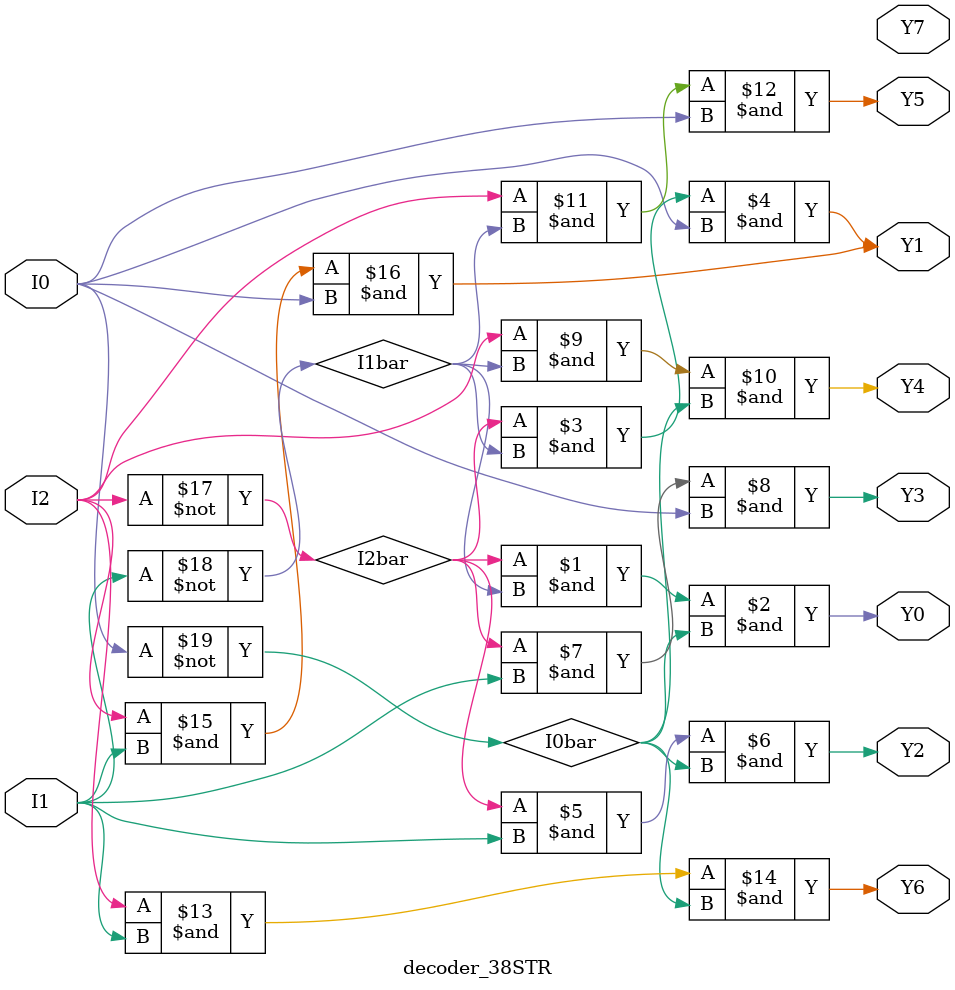
<source format=v>


//decoder_38 structral model 
module decoder_38STR(Y0,Y1,Y2,Y3,Y4,Y5,Y6,Y7,I0,I1,I2);
output Y0,Y1,Y2,Y3,Y4,Y5,Y6,Y7;
input I0,I1,I2;
wire I2bar,I1bar,I0bar;
and (Y0,I2bar,I1bar,I0bar),(Y1,I2bar,I1bar,I0),(Y2,I2bar,I1,I0bar),(Y3,I2bar,I1,I0),(Y4,I2,I1bar,I0bar),(Y5,I2,I1bar,I0),(Y6,I2,I1,I0bar),(Y1,I2,I1,I0);
not (I2bar,I2),(I1bar,I1),(I0bar,I0);
endmodule

</source>
